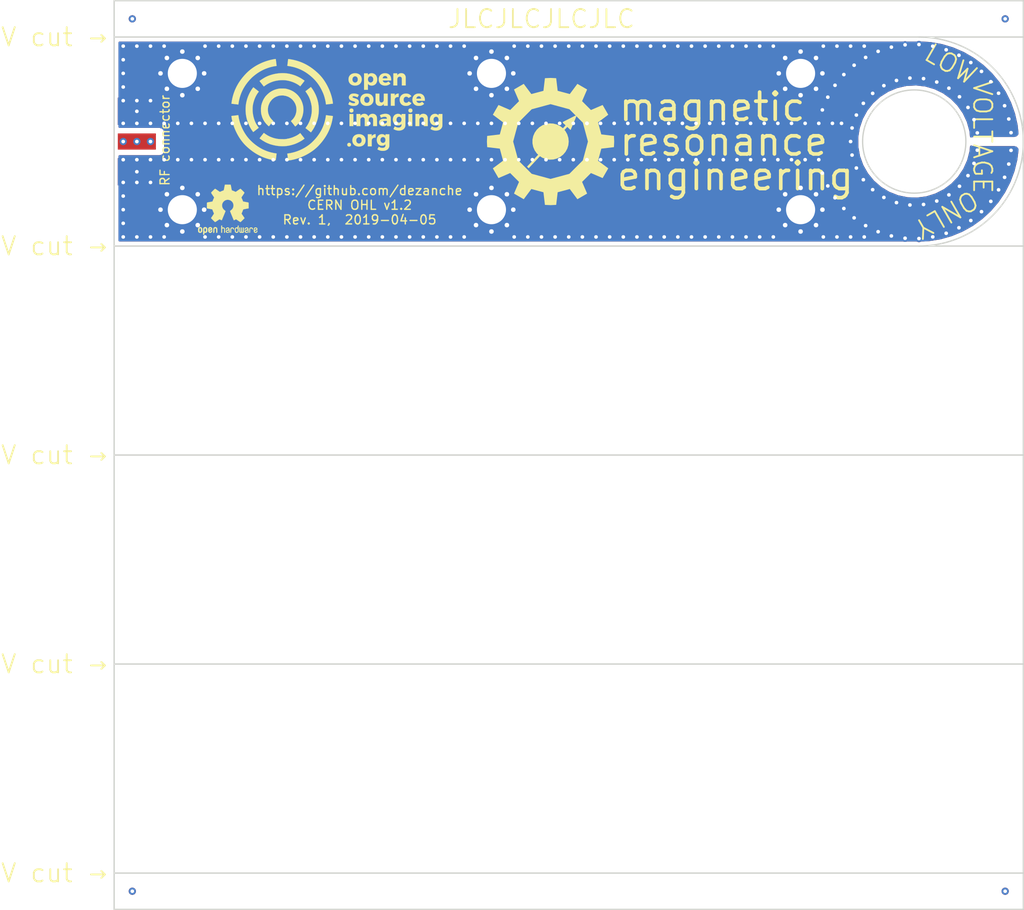
<source format=kicad_pcb>
(kicad_pcb (version 20171130) (host pcbnew "(5.1.0)-1")
  (layers (0 F.Cu power) (1 Signal.Cu signal) (2 middle.Cu power) (31 B.Cu power) (34 B.Paste user) (35 F.Paste user) (36 B.SilkS user hide) (37 F.SilkS user) (38 B.Mask user) (39 F.Mask user) (44 Edge.Cuts user))
  (net 0 "")
  (net 1 GND)
  (net 2 /signal)
  (module User:SMAEdge (layer F.Cu) (at 102.5 65.5 90)
    (fp_text reference "RF connector" (at 0.13 3.09 90) (layer F.SilkS))
    (fp_text value Conn_Coaxial)
    (pad 1 smd rect (at 0 0 90) (size 1.78 4.19) (layers F.Cu F.Paste F.Mask) (net 2 /signal))
    (pad 2 thru_hole rect (at -3.325 0 90) (size 3 4.19) (drill 0.4) (layers *.Cu *.Paste *.Mask) (net 1 GND))
    (pad 2 thru_hole rect (at 3.325 0 90) (size 3 4.19) (drill 0.4) (layers *.Cu *.Paste *.Mask) (net 1 GND))
  )
  (module User:MountingHole_3.2mm_M3_Pad_Via_noFmask (layer F.Cu) (at 141.5 58)
    (fp_text reference "" (at 0 -4.2) (layer F.SilkS))
    (fp_text value MountingHole_3.2mm_M3_Pad_Via_noFmask)
    (pad 1 thru_hole circle (at 0 0) (size 6.4 6.4) (drill 3.2) (layers *.Cu B.Mask) (net 1 GND))
    (pad 1 thru_hole circle (at 2.4 0) (size 0.8 0.8) (drill 0.5) (layers *.Cu B.Mask) (net 1 GND))
    (pad 1 thru_hole circle (at 1.697056 1.697056) (size 0.8 0.8) (drill 0.5) (layers *.Cu B.Mask) (net 1 GND))
    (pad 1 thru_hole circle (at 0 2.4) (size 0.8 0.8) (drill 0.5) (layers *.Cu B.Mask) (net 1 GND))
    (pad 1 thru_hole circle (at -1.697056 1.697056) (size 0.8 0.8) (drill 0.5) (layers *.Cu B.Mask) (net 1 GND))
    (pad 1 thru_hole circle (at -2.4 0) (size 0.8 0.8) (drill 0.5) (layers *.Cu B.Mask) (net 1 GND))
    (pad 1 thru_hole circle (at -1.697056 -1.697056) (size 0.8 0.8) (drill 0.5) (layers *.Cu B.Mask) (net 1 GND))
    (pad 1 thru_hole circle (at 0 -2.4) (size 0.8 0.8) (drill 0.5) (layers *.Cu B.Mask) (net 1 GND))
    (pad 1 thru_hole circle (at 1.697056 -1.697056) (size 0.8 0.8) (drill 0.5) (layers *.Cu B.Mask) (net 1 GND))
  )
  (module User:MountingHole_3.2mm_M3_Pad_Via_noFmask (layer F.Cu) (at 107.5 58)
    (fp_text reference "" (at 0 -4.2) (layer F.SilkS))
    (fp_text value MountingHole_3.2mm_M3_Pad_Via_noFmask)
    (pad 1 thru_hole circle (at 0 0) (size 6.4 6.4) (drill 3.2) (layers *.Cu B.Mask) (net 1 GND))
    (pad 1 thru_hole circle (at 2.4 0) (size 0.8 0.8) (drill 0.5) (layers *.Cu B.Mask) (net 1 GND))
    (pad 1 thru_hole circle (at 1.697056 1.697056) (size 0.8 0.8) (drill 0.5) (layers *.Cu B.Mask) (net 1 GND))
    (pad 1 thru_hole circle (at 0 2.4) (size 0.8 0.8) (drill 0.5) (layers *.Cu B.Mask) (net 1 GND))
    (pad 1 thru_hole circle (at -1.697056 1.697056) (size 0.8 0.8) (drill 0.5) (layers *.Cu B.Mask) (net 1 GND))
    (pad 1 thru_hole circle (at -2.4 0) (size 0.8 0.8) (drill 0.5) (layers *.Cu B.Mask) (net 1 GND))
    (pad 1 thru_hole circle (at -1.697056 -1.697056) (size 0.8 0.8) (drill 0.5) (layers *.Cu B.Mask) (net 1 GND))
    (pad 1 thru_hole circle (at 0 -2.4) (size 0.8 0.8) (drill 0.5) (layers *.Cu B.Mask) (net 1 GND))
    (pad 1 thru_hole circle (at 1.697056 -1.697056) (size 0.8 0.8) (drill 0.5) (layers *.Cu B.Mask) (net 1 GND))
  )
  (module User:MountingHole_3.2mm_M3_Pad_Via_noFmask (layer F.Cu) (at 107.5 73)
    (fp_text reference "" (at 0 -4.2) (layer F.SilkS))
    (fp_text value MountingHole_3.2mm_M3_Pad_Via_noFmask)
    (pad 1 thru_hole circle (at 0 0) (size 6.4 6.4) (drill 3.2) (layers *.Cu B.Mask) (net 1 GND))
    (pad 1 thru_hole circle (at 2.4 0) (size 0.8 0.8) (drill 0.5) (layers *.Cu B.Mask) (net 1 GND))
    (pad 1 thru_hole circle (at 1.697056 1.697056) (size 0.8 0.8) (drill 0.5) (layers *.Cu B.Mask) (net 1 GND))
    (pad 1 thru_hole circle (at 0 2.4) (size 0.8 0.8) (drill 0.5) (layers *.Cu B.Mask) (net 1 GND))
    (pad 1 thru_hole circle (at -1.697056 1.697056) (size 0.8 0.8) (drill 0.5) (layers *.Cu B.Mask) (net 1 GND))
    (pad 1 thru_hole circle (at -2.4 0) (size 0.8 0.8) (drill 0.5) (layers *.Cu B.Mask) (net 1 GND))
    (pad 1 thru_hole circle (at -1.697056 -1.697056) (size 0.8 0.8) (drill 0.5) (layers *.Cu B.Mask) (net 1 GND))
    (pad 1 thru_hole circle (at 0 -2.4) (size 0.8 0.8) (drill 0.5) (layers *.Cu B.Mask) (net 1 GND))
    (pad 1 thru_hole circle (at 1.697056 -1.697056) (size 0.8 0.8) (drill 0.5) (layers *.Cu B.Mask) (net 1 GND))
  )
  (module User:MountingHole_3.2mm_M3_Pad_Via_noFmask (layer F.Cu) (at 141.5 73)
    (fp_text reference "" (at 0 -4.2) (layer F.SilkS))
    (fp_text value MountingHole_3.2mm_M3_Pad_Via_noFmask)
    (pad 1 thru_hole circle (at 0 0) (size 6.4 6.4) (drill 3.2) (layers *.Cu B.Mask) (net 1 GND))
    (pad 1 thru_hole circle (at 2.4 0) (size 0.8 0.8) (drill 0.5) (layers *.Cu B.Mask) (net 1 GND))
    (pad 1 thru_hole circle (at 1.697056 1.697056) (size 0.8 0.8) (drill 0.5) (layers *.Cu B.Mask) (net 1 GND))
    (pad 1 thru_hole circle (at 0 2.4) (size 0.8 0.8) (drill 0.5) (layers *.Cu B.Mask) (net 1 GND))
    (pad 1 thru_hole circle (at -1.697056 1.697056) (size 0.8 0.8) (drill 0.5) (layers *.Cu B.Mask) (net 1 GND))
    (pad 1 thru_hole circle (at -2.4 0) (size 0.8 0.8) (drill 0.5) (layers *.Cu B.Mask) (net 1 GND))
    (pad 1 thru_hole circle (at -1.697056 -1.697056) (size 0.8 0.8) (drill 0.5) (layers *.Cu B.Mask) (net 1 GND))
    (pad 1 thru_hole circle (at 0 -2.4) (size 0.8 0.8) (drill 0.5) (layers *.Cu B.Mask) (net 1 GND))
    (pad 1 thru_hole circle (at 1.697056 -1.697056) (size 0.8 0.8) (drill 0.5) (layers *.Cu B.Mask) (net 1 GND))
  )
  (module User:MountingHole_3.2mm_M3_Pad_Via_noFmask (layer F.Cu) (at 175.5 58)
    (fp_text reference "" (at 0 -4.2) (layer F.SilkS))
    (fp_text value MountingHole_3.2mm_M3_Pad_Via_noFmask)
    (pad 1 thru_hole circle (at 0 0) (size 6.4 6.4) (drill 3.2) (layers *.Cu B.Mask) (net 1 GND))
    (pad 1 thru_hole circle (at 2.4 0) (size 0.8 0.8) (drill 0.5) (layers *.Cu B.Mask) (net 1 GND))
    (pad 1 thru_hole circle (at 1.697056 1.697056) (size 0.8 0.8) (drill 0.5) (layers *.Cu B.Mask) (net 1 GND))
    (pad 1 thru_hole circle (at 0 2.4) (size 0.8 0.8) (drill 0.5) (layers *.Cu B.Mask) (net 1 GND))
    (pad 1 thru_hole circle (at -1.697056 1.697056) (size 0.8 0.8) (drill 0.5) (layers *.Cu B.Mask) (net 1 GND))
    (pad 1 thru_hole circle (at -2.4 0) (size 0.8 0.8) (drill 0.5) (layers *.Cu B.Mask) (net 1 GND))
    (pad 1 thru_hole circle (at -1.697056 -1.697056) (size 0.8 0.8) (drill 0.5) (layers *.Cu B.Mask) (net 1 GND))
    (pad 1 thru_hole circle (at 0 -2.4) (size 0.8 0.8) (drill 0.5) (layers *.Cu B.Mask) (net 1 GND))
    (pad 1 thru_hole circle (at 1.697056 -1.697056) (size 0.8 0.8) (drill 0.5) (layers *.Cu B.Mask) (net 1 GND))
  )
  (module User:MountingHole_3.2mm_M3_Pad_Via_noFmask (layer F.Cu) (at 175.5 73)
    (fp_text reference "" (at 0 -4.2) (layer F.SilkS))
    (fp_text value MountingHole_3.2mm_M3_Pad_Via_noFmask)
    (pad 1 thru_hole circle (at 0 0) (size 6.4 6.4) (drill 3.2) (layers *.Cu B.Mask) (net 1 GND))
    (pad 1 thru_hole circle (at 2.4 0) (size 0.8 0.8) (drill 0.5) (layers *.Cu B.Mask) (net 1 GND))
    (pad 1 thru_hole circle (at 1.697056 1.697056) (size 0.8 0.8) (drill 0.5) (layers *.Cu B.Mask) (net 1 GND))
    (pad 1 thru_hole circle (at 0 2.4) (size 0.8 0.8) (drill 0.5) (layers *.Cu B.Mask) (net 1 GND))
    (pad 1 thru_hole circle (at -1.697056 1.697056) (size 0.8 0.8) (drill 0.5) (layers *.Cu B.Mask) (net 1 GND))
    (pad 1 thru_hole circle (at -2.4 0) (size 0.8 0.8) (drill 0.5) (layers *.Cu B.Mask) (net 1 GND))
    (pad 1 thru_hole circle (at -1.697056 -1.697056) (size 0.8 0.8) (drill 0.5) (layers *.Cu B.Mask) (net 1 GND))
    (pad 1 thru_hole circle (at 0 -2.4) (size 0.8 0.8) (drill 0.5) (layers *.Cu B.Mask) (net 1 GND))
    (pad 1 thru_hole circle (at 1.697056 -1.697056) (size 0.8 0.8) (drill 0.5) (layers *.Cu B.Mask) (net 1 GND))
  )
  (module Symbols:OSHW-Logo2_7.3x6mm_SilkScreen (layer F.Cu) (at 112.5 73)
    (fp_text reference REF*** hide)
    (fp_text value OSHW-Logo2_7.3x6mm_SilkScreen hide)
  )
  (module User:MR_Engineering_logo_14mm_text (layer F.Cu) (at 148 65.5)
    (fp_text reference svg2mod hide)
    (fp_text value G*** hide)
    (fp_text user engineering (at 20.32 3.81) (layer F.SilkS) (effects (font (size 3 3) (thickness 0.4))))
    (fp_text user magnetic (at 17.78 -3.81) (layer F.SilkS) (effects (font (size 3 3) (thickness 0.4))))
    (fp_text user resonance (at 19.05 0) (layer F.SilkS) (effects (font (size 3 3) (thickness 0.4))))
  )
  (module User:OSI_logo_23x11mm (layer F.Cu) (at 124.5 62)
    (fp_text reference G*** hide)
    (fp_text value LOGO hide)
  )
  (module Fiducials:Fiducial_0.5mm_Dia_1mm_Outer (layer F.Cu) (at 102 52)
    (fp_text reference "" (at 0 -1.5) (layer F.SilkS))
    (fp_text value Fiducial_0.5mm_Dia_1mm_Outer)
    (pad ~ smd circle (at 0 0) (size 0.5 0.5) (layers F.Cu F.Mask) (clearance 0.25))
  )
  (module Fiducials:Fiducial_0.5mm_Dia_1mm_Outer (layer F.Cu) (at 198 52)
    (fp_text reference "" (at 0 -1.5) (layer F.SilkS))
    (fp_text value Fiducial_0.5mm_Dia_1mm_Outer)
    (pad ~ smd circle (at 0 0) (size 0.5 0.5) (layers F.Cu F.Mask) (clearance 0.25))
  )
  (module Fiducials:Fiducial_0.5mm_Dia_1mm_Outer (layer F.Cu) (at 102 148)
    (fp_text reference "" (at 0 -1.5) (layer F.SilkS))
    (fp_text value Fiducial_0.5mm_Dia_1mm_Outer)
    (pad ~ smd circle (at 0 0) (size 0.5 0.5) (layers F.Cu F.Mask) (clearance 0.25))
  )
  (module Fiducials:Fiducial_0.5mm_Dia_1mm_Outer (layer F.Cu) (at 198 148)
    (fp_text reference "" (at 0 -1.5) (layer F.SilkS))
    (fp_text value Fiducial_0.5mm_Dia_1mm_Outer)
    (pad ~ smd circle (at 0 0) (size 0.5 0.5) (layers F.Cu F.Mask) (clearance 0.25))
  )
  (gr_text ONLY (at 191.5 73.5 210) (layer F.SilkS) (effects (font (size 2 2) (thickness 0.2))))
  (gr_text VOLTAGE (at 195.5 65 -90) (layer F.SilkS) (effects (font (size 2 2) (thickness 0.2))))
  (gr_text LOW (at 192 57 -30) (layer F.SilkS) (effects (font (size 2 2) (thickness 0.2))))
  (gr_text "https://github.com/dezanche\nCERN OHL v1.2\nRev. 1,  2019-04-05" (at 127 72.5) (layer F.SilkS) (effects (font (size 1 1))))
  (gr_text JLCJLCJLCJLC (at 147 52) (layer F.SilkS) (effects (font (size 2 2) (thickness 0.2))))
  (gr_text "V cut →" (at 93.5 77) (layer F.SilkS) (effects (font (size 2 2) (thickness 0.2))))
  (gr_text "V cut →" (at 93.5 146) (layer F.SilkS) (effects (font (size 2 2) (thickness 0.2))))
  (gr_text "V cut →" (at 93.5 123) (layer F.SilkS) (effects (font (size 2 2) (thickness 0.2))))
  (gr_text "V cut →" (at 93.5 100) (layer F.SilkS) (effects (font (size 2 2) (thickness 0.2))))
  (gr_text "V cut →" (at 93.5 54) (layer F.SilkS) (effects (font (size 2 2) (thickness 0.2))))
  (gr_arc (start 188.5 65.5) (end 188.5 77) (angle -180) (layer Edge.Cuts) (width 0.15))
  (gr_circle (center 188 65.5) (end 193.679613 65.5) (layer Edge.Cuts) (width 0.15))
  (gr_line (start 200 54) (end 100 54) (layer Edge.Cuts) (width 0.15))
  (gr_line (start 200 146) (end 100 146) (layer Edge.Cuts) (width 0.15))
  (gr_line (start 200 123) (end 100 123) (layer Edge.Cuts) (width 0.15))
  (gr_line (start 200 77) (end 100 77) (layer Edge.Cuts) (width 0.15))
  (gr_line (start 200 50) (end 200 150) (layer Edge.Cuts) (width 0.15))
  (gr_line (start 100 150) (end 200 150) (layer Edge.Cuts) (width 0.15))
  (gr_line (start 200 100) (end 100 100) (layer Edge.Cuts) (width 0.15))
  (gr_line (start 100 50) (end 200 50) (layer Edge.Cuts) (width 0.15))
  (gr_line (start 100 150) (end 100 50) (layer Edge.Cuts) (width 0.15))
  (via (at 198 52) (size 0.8) (drill 0.4) (layers F.Cu B.Cu) (net 0))
  (via (at 102 52) (size 0.8) (drill 0.4) (layers F.Cu B.Cu) (net 0))
  (via (at 102 148) (size 0.8) (drill 0.4) (layers F.Cu B.Cu) (net 0))
  (via (at 198 148) (size 0.8) (drill 0.4) (layers F.Cu B.Cu) (net 0))
  (via (at 178 76) (size 0.8) (drill 0.4) (layers F.Cu B.Cu) (net 1))
  (via (at 179.5 76) (size 0.8) (drill 0.4) (layers F.Cu B.Cu) (net 1))
  (via (at 181 76) (size 0.8) (drill 0.4) (layers F.Cu B.Cu) (net 1))
  (via (at 182.5 76) (size 0.8) (drill 0.4) (layers F.Cu B.Cu) (net 1))
  (via (at 178 55) (size 0.8) (drill 0.4) (layers F.Cu B.Cu) (net 1))
  (via (at 179.5 55) (size 0.8) (drill 0.4) (layers F.Cu B.Cu) (net 1))
  (via (at 181 55) (size 0.8) (drill 0.4) (layers F.Cu B.Cu) (net 1))
  (via (at 182.5 55) (size 0.8) (drill 0.4) (layers F.Cu B.Cu) (net 1))
  (via (at 110 76) (size 0.8) (drill 0.4) (layers F.Cu B.Cu) (net 1))
  (via (at 111.5 76) (size 0.8) (drill 0.4) (layers F.Cu B.Cu) (net 1))
  (via (at 113 76) (size 0.8) (drill 0.4) (layers F.Cu B.Cu) (net 1))
  (via (at 114.5 76) (size 0.8) (drill 0.4) (layers F.Cu B.Cu) (net 1))
  (via (at 116 76) (size 0.8) (drill 0.4) (layers F.Cu B.Cu) (net 1))
  (via (at 117.5 76) (size 0.8) (drill 0.4) (layers F.Cu B.Cu) (net 1))
  (via (at 119 76) (size 0.8) (drill 0.4) (layers F.Cu B.Cu) (net 1))
  (via (at 120.5 76) (size 0.8) (drill 0.4) (layers F.Cu B.Cu) (net 1))
  (via (at 122 76) (size 0.8) (drill 0.4) (layers F.Cu B.Cu) (net 1))
  (via (at 123.5 76) (size 0.8) (drill 0.4) (layers F.Cu B.Cu) (net 1))
  (via (at 125 76) (size 0.8) (drill 0.4) (layers F.Cu B.Cu) (net 1))
  (via (at 126.5 76) (size 0.8) (drill 0.4) (layers F.Cu B.Cu) (net 1))
  (via (at 128 76) (size 0.8) (drill 0.4) (layers F.Cu B.Cu) (net 1))
  (via (at 129.5 76) (size 0.8) (drill 0.4) (layers F.Cu B.Cu) (net 1))
  (via (at 131 76) (size 0.8) (drill 0.4) (layers F.Cu B.Cu) (net 1))
  (via (at 132.5 76) (size 0.8) (drill 0.4) (layers F.Cu B.Cu) (net 1))
  (via (at 134 76) (size 0.8) (drill 0.4) (layers F.Cu B.Cu) (net 1))
  (via (at 135.5 76) (size 0.8) (drill 0.4) (layers F.Cu B.Cu) (net 1))
  (via (at 137 76) (size 0.8) (drill 0.4) (layers F.Cu B.Cu) (net 1))
  (via (at 138.5 76) (size 0.8) (drill 0.4) (layers F.Cu B.Cu) (net 1))
  (via (at 144 76) (size 0.8) (drill 0.4) (layers F.Cu B.Cu) (net 1))
  (via (at 145.5 76) (size 0.8) (drill 0.4) (layers F.Cu B.Cu) (net 1))
  (via (at 147 76) (size 0.8) (drill 0.4) (layers F.Cu B.Cu) (net 1))
  (via (at 148.5 76) (size 0.8) (drill 0.4) (layers F.Cu B.Cu) (net 1))
  (via (at 150 76) (size 0.8) (drill 0.4) (layers F.Cu B.Cu) (net 1))
  (via (at 151.5 76) (size 0.8) (drill 0.4) (layers F.Cu B.Cu) (net 1))
  (via (at 153 76) (size 0.8) (drill 0.4) (layers F.Cu B.Cu) (net 1))
  (via (at 154.5 76) (size 0.8) (drill 0.4) (layers F.Cu B.Cu) (net 1))
  (via (at 156 76) (size 0.8) (drill 0.4) (layers F.Cu B.Cu) (net 1))
  (via (at 157.5 76) (size 0.8) (drill 0.4) (layers F.Cu B.Cu) (net 1))
  (via (at 159 76) (size 0.8) (drill 0.4) (layers F.Cu B.Cu) (net 1))
  (via (at 160.5 76) (size 0.8) (drill 0.4) (layers F.Cu B.Cu) (net 1))
  (via (at 162 76) (size 0.8) (drill 0.4) (layers F.Cu B.Cu) (net 1))
  (via (at 163.5 76) (size 0.8) (drill 0.4) (layers F.Cu B.Cu) (net 1))
  (via (at 165 76) (size 0.8) (drill 0.4) (layers F.Cu B.Cu) (net 1))
  (via (at 166.5 76) (size 0.8) (drill 0.4) (layers F.Cu B.Cu) (net 1))
  (via (at 168 76) (size 0.8) (drill 0.4) (layers F.Cu B.Cu) (net 1))
  (via (at 169.5 76) (size 0.8) (drill 0.4) (layers F.Cu B.Cu) (net 1))
  (via (at 171 76) (size 0.8) (drill 0.4) (layers F.Cu B.Cu) (net 1))
  (via (at 172.5 76) (size 0.8) (drill 0.4) (layers F.Cu B.Cu) (net 1))
  (via (at 110 55) (size 0.8) (drill 0.4) (layers F.Cu B.Cu) (net 1))
  (via (at 111.5 55) (size 0.8) (drill 0.4) (layers F.Cu B.Cu) (net 1))
  (via (at 113 55) (size 0.8) (drill 0.4) (layers F.Cu B.Cu) (net 1))
  (via (at 114.5 55) (size 0.8) (drill 0.4) (layers F.Cu B.Cu) (net 1))
  (via (at 116 55) (size 0.8) (drill 0.4) (layers F.Cu B.Cu) (net 1))
  (via (at 117.5 55) (size 0.8) (drill 0.4) (layers F.Cu B.Cu) (net 1))
  (via (at 119 55) (size 0.8) (drill 0.4) (layers F.Cu B.Cu) (net 1))
  (via (at 120.5 55) (size 0.8) (drill 0.4) (layers F.Cu B.Cu) (net 1))
  (via (at 122 55) (size 0.8) (drill 0.4) (layers F.Cu B.Cu) (net 1))
  (via (at 123.5 55) (size 0.8) (drill 0.4) (layers F.Cu B.Cu) (net 1))
  (via (at 125 55) (size 0.8) (drill 0.4) (layers F.Cu B.Cu) (net 1))
  (via (at 126.5 55) (size 0.8) (drill 0.4) (layers F.Cu B.Cu) (net 1))
  (via (at 128 55) (size 0.8) (drill 0.4) (layers F.Cu B.Cu) (net 1))
  (via (at 129.5 55) (size 0.8) (drill 0.4) (layers F.Cu B.Cu) (net 1))
  (via (at 131 55) (size 0.8) (drill 0.4) (layers F.Cu B.Cu) (net 1))
  (via (at 132.5 55) (size 0.8) (drill 0.4) (layers F.Cu B.Cu) (net 1))
  (via (at 134 55) (size 0.8) (drill 0.4) (layers F.Cu B.Cu) (net 1))
  (via (at 135.5 55) (size 0.8) (drill 0.4) (layers F.Cu B.Cu) (net 1))
  (via (at 137 55) (size 0.8) (drill 0.4) (layers F.Cu B.Cu) (net 1))
  (via (at 138.5 55) (size 0.8) (drill 0.4) (layers F.Cu B.Cu) (net 1))
  (via (at 144 55) (size 0.8) (drill 0.4) (layers F.Cu B.Cu) (net 1))
  (via (at 145.5 55) (size 0.8) (drill 0.4) (layers F.Cu B.Cu) (net 1))
  (via (at 147 55) (size 0.8) (drill 0.4) (layers F.Cu B.Cu) (net 1))
  (via (at 148.5 55) (size 0.8) (drill 0.4) (layers F.Cu B.Cu) (net 1))
  (via (at 150 55) (size 0.8) (drill 0.4) (layers F.Cu B.Cu) (net 1))
  (via (at 151.5 55) (size 0.8) (drill 0.4) (layers F.Cu B.Cu) (net 1))
  (via (at 153 55) (size 0.8) (drill 0.4) (layers F.Cu B.Cu) (net 1))
  (via (at 154.5 55) (size 0.8) (drill 0.4) (layers F.Cu B.Cu) (net 1))
  (via (at 156 55) (size 0.8) (drill 0.4) (layers F.Cu B.Cu) (net 1))
  (via (at 157.5 55) (size 0.8) (drill 0.4) (layers F.Cu B.Cu) (net 1))
  (via (at 159 55) (size 0.8) (drill 0.4) (layers F.Cu B.Cu) (net 1))
  (via (at 160.5 55) (size 0.8) (drill 0.4) (layers F.Cu B.Cu) (net 1))
  (via (at 162 55) (size 0.8) (drill 0.4) (layers F.Cu B.Cu) (net 1))
  (via (at 163.5 55) (size 0.8) (drill 0.4) (layers F.Cu B.Cu) (net 1))
  (via (at 165 55) (size 0.8) (drill 0.4) (layers F.Cu B.Cu) (net 1))
  (via (at 166.5 55) (size 0.8) (drill 0.4) (layers F.Cu B.Cu) (net 1))
  (via (at 168 55) (size 0.8) (drill 0.4) (layers F.Cu B.Cu) (net 1))
  (via (at 169.5 55) (size 0.8) (drill 0.4) (layers F.Cu B.Cu) (net 1))
  (via (at 171 55) (size 0.8) (drill 0.4) (layers F.Cu B.Cu) (net 1))
  (via (at 172.5 55) (size 0.8) (drill 0.4) (layers F.Cu B.Cu) (net 1))
  (via (at 105.5 55) (size 0.8) (drill 0.4) (layers F.Cu B.Cu) (net 1))
  (via (at 104 55) (size 0.8) (drill 0.4) (layers F.Cu B.Cu) (net 1))
  (via (at 101 55) (size 0.8) (drill 0.4) (layers F.Cu B.Cu) (net 1))
  (via (at 102.5 55) (size 0.8) (drill 0.4) (layers F.Cu B.Cu) (net 1))
  (via (at 104 76) (size 0.8) (drill 0.4) (layers F.Cu B.Cu) (net 1))
  (via (at 105.5 76) (size 0.8) (drill 0.4) (layers F.Cu B.Cu) (net 1))
  (via (at 101 76) (size 0.8) (drill 0.4) (layers F.Cu B.Cu) (net 1))
  (via (at 102.5 76) (size 0.8) (drill 0.4) (layers F.Cu B.Cu) (net 1))
  (via (at 104 70) (size 0.8) (drill 0.4) (layers F.Cu B.Cu) (net 1))
  (via (at 102.5 70) (size 0.8) (drill 0.4) (layers F.Cu B.Cu) (net 1))
  (via (at 101 70) (size 0.8) (drill 0.4) (layers F.Cu B.Cu) (net 1))
  (via (at 104 61) (size 0.8) (drill 0.4) (layers F.Cu B.Cu) (net 1))
  (via (at 102.5 61) (size 0.8) (drill 0.4) (layers F.Cu B.Cu) (net 1))
  (via (at 101 61) (size 0.8) (drill 0.4) (layers F.Cu B.Cu) (net 1))
  (via (at 140 63.5) (size 0.8) (drill 0.4) (layers F.Cu B.Cu) (net 1))
  (via (at 138.5 63.5) (size 0.8) (drill 0.4) (layers F.Cu B.Cu) (net 1))
  (via (at 102.5 63.5) (size 0.8) (drill 0.4) (layers F.Cu B.Cu) (net 1))
  (via (at 108.5 63.5) (size 0.8) (drill 0.4) (layers F.Cu B.Cu) (net 1))
  (via (at 111.5 63.5) (size 0.8) (drill 0.4) (layers F.Cu B.Cu) (net 1))
  (via (at 129.5 63.5) (size 0.8) (drill 0.4) (layers F.Cu B.Cu) (net 1))
  (via (at 131 63.5) (size 0.8) (drill 0.4) (layers F.Cu B.Cu) (net 1))
  (via (at 132.5 63.5) (size 0.8) (drill 0.4) (layers F.Cu B.Cu) (net 1))
  (via (at 134 63.5) (size 0.8) (drill 0.4) (layers F.Cu B.Cu) (net 1))
  (via (at 126.5 63.5) (size 0.8) (drill 0.4) (layers F.Cu B.Cu) (net 1))
  (via (at 119 63.5) (size 0.8) (drill 0.4) (layers F.Cu B.Cu) (net 1))
  (via (at 117.5 63.5) (size 0.8) (drill 0.4) (layers F.Cu B.Cu) (net 1))
  (via (at 101 63.5) (size 0.8) (drill 0.4) (layers F.Cu B.Cu) (net 1))
  (via (at 107 63.5) (size 0.8) (drill 0.4) (layers F.Cu B.Cu) (net 1))
  (via (at 125 63.5) (size 0.8) (drill 0.4) (layers F.Cu B.Cu) (net 1))
  (via (at 137 63.5) (size 0.8) (drill 0.4) (layers F.Cu B.Cu) (net 1))
  (via (at 128 63.5) (size 0.8) (drill 0.4) (layers F.Cu B.Cu) (net 1))
  (via (at 116 63.5) (size 0.8) (drill 0.4) (layers F.Cu B.Cu) (net 1))
  (via (at 114.5 63.5) (size 0.8) (drill 0.4) (layers F.Cu B.Cu) (net 1))
  (via (at 123.5 63.5) (size 0.8) (drill 0.4) (layers F.Cu B.Cu) (net 1))
  (via (at 105.5 63.5) (size 0.8) (drill 0.4) (layers F.Cu B.Cu) (net 1))
  (via (at 110 63.5) (size 0.8) (drill 0.4) (layers F.Cu B.Cu) (net 1))
  (via (at 135.5 63.5) (size 0.8) (drill 0.4) (layers F.Cu B.Cu) (net 1))
  (via (at 113 63.5) (size 0.8) (drill 0.4) (layers F.Cu B.Cu) (net 1))
  (via (at 122 63.5) (size 0.8) (drill 0.4) (layers F.Cu B.Cu) (net 1))
  (via (at 104 63.5) (size 0.8) (drill 0.4) (layers F.Cu B.Cu) (net 1))
  (via (at 120.5 63.5) (size 0.8) (drill 0.4) (layers F.Cu B.Cu) (net 1))
  (via (at 141.5 63.5) (size 0.8) (drill 0.4) (layers F.Cu B.Cu) (net 1))
  (via (at 177.5 63.5) (size 0.8) (drill 0.4) (layers F.Cu B.Cu) (net 1))
  (via (at 176 63.5) (size 0.8) (drill 0.4) (layers F.Cu B.Cu) (net 1))
  (via (at 144.5 63.5) (size 0.8) (drill 0.4) (layers F.Cu B.Cu) (net 1))
  (via (at 143 63.5) (size 0.8) (drill 0.4) (layers F.Cu B.Cu) (net 1))
  (via (at 147.5 63.5) (size 0.8) (drill 0.4) (layers F.Cu B.Cu) (net 1))
  (via (at 150.5 63.5) (size 0.8) (drill 0.4) (layers F.Cu B.Cu) (net 1))
  (via (at 146 63.5) (size 0.8) (drill 0.4) (layers F.Cu B.Cu) (net 1))
  (via (at 149 63.5) (size 0.8) (drill 0.4) (layers F.Cu B.Cu) (net 1))
  (via (at 158 63.5) (size 0.8) (drill 0.4) (layers F.Cu B.Cu) (net 1))
  (via (at 152 63.5) (size 0.8) (drill 0.4) (layers F.Cu B.Cu) (net 1))
  (via (at 152 63.5) (size 0.8) (drill 0.4) (layers F.Cu B.Cu) (net 1))
  (via (at 153.5 63.5) (size 0.8) (drill 0.4) (layers F.Cu B.Cu) (net 1))
  (via (at 155 63.5) (size 0.8) (drill 0.4) (layers F.Cu B.Cu) (net 1))
  (via (at 156.5 63.5) (size 0.8) (drill 0.4) (layers F.Cu B.Cu) (net 1))
  (via (at 161 63.5) (size 0.8) (drill 0.4) (layers F.Cu B.Cu) (net 1))
  (via (at 159.5 63.5) (size 0.8) (drill 0.4) (layers F.Cu B.Cu) (net 1))
  (via (at 162.5 63.5) (size 0.8) (drill 0.4) (layers F.Cu B.Cu) (net 1))
  (via (at 164 63.5) (size 0.8) (drill 0.4) (layers F.Cu B.Cu) (net 1))
  (via (at 165.5 63.5) (size 0.8) (drill 0.4) (layers F.Cu B.Cu) (net 1))
  (via (at 167 63.5) (size 0.8) (drill 0.4) (layers F.Cu B.Cu) (net 1))
  (via (at 168.5 63.5) (size 0.8) (drill 0.4) (layers F.Cu B.Cu) (net 1))
  (via (at 170 63.5) (size 0.8) (drill 0.4) (layers F.Cu B.Cu) (net 1))
  (via (at 171.5 63.5) (size 0.8) (drill 0.4) (layers F.Cu B.Cu) (net 1))
  (via (at 173 63.5) (size 0.8) (drill 0.4) (layers F.Cu B.Cu) (net 1))
  (via (at 174.5 63.5) (size 0.8) (drill 0.4) (layers F.Cu B.Cu) (net 1))
  (via (at 104 67.5) (size 0.8) (drill 0.4) (layers F.Cu B.Cu) (net 1))
  (via (at 102.5 67.5) (size 0.8) (drill 0.4) (layers F.Cu B.Cu) (net 1))
  (via (at 101 67.5) (size 0.8) (drill 0.4) (layers F.Cu B.Cu) (net 1))
  (via (at 101 56.5) (size 0.8) (drill 0.4) (layers F.Cu B.Cu) (net 1))
  (via (at 101 74.5) (size 0.8) (drill 0.4) (layers F.Cu B.Cu) (net 1))
  (via (at 179 63.5) (size 0.8) (drill 0.4) (layers F.Cu B.Cu) (net 1))
  (via (at 107 67.5) (size 0.8) (drill 0.4) (layers F.Cu B.Cu) (net 1))
  (via (at 105.5 67.5) (size 0.8) (drill 0.4) (layers F.Cu B.Cu) (net 1))
  (via (at 108.5 67.5) (size 0.8) (drill 0.4) (layers F.Cu B.Cu) (net 1))
  (via (at 110 67.5) (size 0.8) (drill 0.4) (layers F.Cu B.Cu) (net 1))
  (via (at 111.5 67.5) (size 0.8) (drill 0.4) (layers F.Cu B.Cu) (net 1))
  (via (at 113 67.5) (size 0.8) (drill 0.4) (layers F.Cu B.Cu) (net 1))
  (via (at 114.5 67.5) (size 0.8) (drill 0.4) (layers F.Cu B.Cu) (net 1))
  (via (at 116 67.5) (size 0.8) (drill 0.4) (layers F.Cu B.Cu) (net 1))
  (via (at 117.5 67.5) (size 0.8) (drill 0.4) (layers F.Cu B.Cu) (net 1))
  (via (at 119 67.5) (size 0.8) (drill 0.4) (layers F.Cu B.Cu) (net 1))
  (via (at 120.5 67.5) (size 0.8) (drill 0.4) (layers F.Cu B.Cu) (net 1))
  (via (at 122 67.5) (size 0.8) (drill 0.4) (layers F.Cu B.Cu) (net 1))
  (via (at 123.5 67.5) (size 0.8) (drill 0.4) (layers F.Cu B.Cu) (net 1))
  (via (at 125 67.5) (size 0.8) (drill 0.4) (layers F.Cu B.Cu) (net 1))
  (via (at 126.5 67.5) (size 0.8) (drill 0.4) (layers F.Cu B.Cu) (net 1))
  (via (at 128 67.5) (size 0.8) (drill 0.4) (layers F.Cu B.Cu) (net 1))
  (via (at 129.5 67.5) (size 0.8) (drill 0.4) (layers F.Cu B.Cu) (net 1))
  (via (at 131 67.5) (size 0.8) (drill 0.4) (layers F.Cu B.Cu) (net 1))
  (via (at 132.5 67.5) (size 0.8) (drill 0.4) (layers F.Cu B.Cu) (net 1))
  (via (at 134 67.5) (size 0.8) (drill 0.4) (layers F.Cu B.Cu) (net 1))
  (via (at 135.5 67.5) (size 0.8) (drill 0.4) (layers F.Cu B.Cu) (net 1))
  (via (at 137 67.5) (size 0.8) (drill 0.4) (layers F.Cu B.Cu) (net 1))
  (via (at 138.5 67.5) (size 0.8) (drill 0.4) (layers F.Cu B.Cu) (net 1))
  (via (at 140 67.5) (size 0.8) (drill 0.4) (layers F.Cu B.Cu) (net 1))
  (via (at 141.5 67.5) (size 0.8) (drill 0.4) (layers F.Cu B.Cu) (net 1))
  (via (at 143 67.5) (size 0.8) (drill 0.4) (layers F.Cu B.Cu) (net 1))
  (via (at 144.5 67.5) (size 0.8) (drill 0.4) (layers F.Cu B.Cu) (net 1))
  (via (at 146 67.5) (size 0.8) (drill 0.4) (layers F.Cu B.Cu) (net 1))
  (via (at 147.5 67.5) (size 0.8) (drill 0.4) (layers F.Cu B.Cu) (net 1))
  (via (at 149 67.5) (size 0.8) (drill 0.4) (layers F.Cu B.Cu) (net 1))
  (via (at 150.5 67.5) (size 0.8) (drill 0.4) (layers F.Cu B.Cu) (net 1))
  (via (at 152 67.5) (size 0.8) (drill 0.4) (layers F.Cu B.Cu) (net 1))
  (via (at 152 67.5) (size 0.8) (drill 0.4) (layers F.Cu B.Cu) (net 1))
  (via (at 153.5 67.5) (size 0.8) (drill 0.4) (layers F.Cu B.Cu) (net 1))
  (via (at 155 67.5) (size 0.8) (drill 0.4) (layers F.Cu B.Cu) (net 1))
  (via (at 156.5 67.5) (size 0.8) (drill 0.4) (layers F.Cu B.Cu) (net 1))
  (via (at 158 67.5) (size 0.8) (drill 0.4) (layers F.Cu B.Cu) (net 1))
  (via (at 159.5 67.5) (size 0.8) (drill 0.4) (layers F.Cu B.Cu) (net 1))
  (via (at 161 67.5) (size 0.8) (drill 0.4) (layers F.Cu B.Cu) (net 1))
  (via (at 162.5 67.5) (size 0.8) (drill 0.4) (layers F.Cu B.Cu) (net 1))
  (via (at 164 67.5) (size 0.8) (drill 0.4) (layers F.Cu B.Cu) (net 1))
  (via (at 165.5 67.5) (size 0.8) (drill 0.4) (layers F.Cu B.Cu) (net 1))
  (via (at 167 67.5) (size 0.8) (drill 0.4) (layers F.Cu B.Cu) (net 1))
  (via (at 168.5 67.5) (size 0.8) (drill 0.4) (layers F.Cu B.Cu) (net 1))
  (via (at 170 67.5) (size 0.8) (drill 0.4) (layers F.Cu B.Cu) (net 1))
  (via (at 171.5 67.5) (size 0.8) (drill 0.4) (layers F.Cu B.Cu) (net 1))
  (via (at 173 67.5) (size 0.8) (drill 0.4) (layers F.Cu B.Cu) (net 1))
  (via (at 174.5 67.5) (size 0.8) (drill 0.4) (layers F.Cu B.Cu) (net 1))
  (via (at 176 67.5) (size 0.8) (drill 0.4) (layers F.Cu B.Cu) (net 1))
  (via (at 177.5 67.5) (size 0.8) (drill 0.4) (layers F.Cu B.Cu) (net 1))
  (via (at 181 65.5) (size 0.8) (drill 0.4) (layers F.Cu B.Cu) (net 1))
  (via (at 181.160681 66.991213) (size 0.8) (drill 0.4) (layers F.Cu B.Cu) (net 1))
  (via (at 181.635347 68.413966) (size 0.8) (drill 0.4) (layers F.Cu B.Cu) (net 1))
  (via (at 182.402207 69.702942) (size 0.8) (drill 0.4) (layers F.Cu B.Cu) (net 1))
  (via (at 183.426056 70.798965) (size 0.8) (drill 0.4) (layers F.Cu B.Cu) (net 1))
  (via (at 184.659889 71.65172) (size 0.8) (drill 0.4) (layers F.Cu B.Cu) (net 1))
  (via (at 186.047062 72.222056) (size 0.8) (drill 0.4) (layers F.Cu B.Cu) (net 1))
  (via (at 187.523893 72.48379) (size 0.8) (drill 0.4) (layers F.Cu B.Cu) (net 1))
  (via (at 189.022581 72.424906) (size 0.8) (drill 0.4) (layers F.Cu B.Cu) (net 1))
  (via (at 190.474324 72.048108) (size 0.8) (drill 0.4) (layers F.Cu B.Cu) (net 1))
  (via (at 191.812473 71.370694) (size 0.8) (drill 0.4) (layers F.Cu B.Cu) (net 1))
  (via (at 192.975596 70.423763) (size 0.8) (drill 0.4) (layers F.Cu B.Cu) (net 1))
  (via (at 193.910295 69.250788) (size 0.8) (drill 0.4) (layers F.Cu B.Cu) (net 1))
  (via (at 194.57366 67.905618) (size 0.8) (drill 0.4) (layers F.Cu B.Cu) (net 1))
  (via (at 194.935235 66.450009) (size 0.8) (drill 0.4) (layers F.Cu B.Cu) (net 1))
  (via (at 181.160681 64.008787) (size 0.8) (drill 0.4) (layers F.Cu B.Cu) (net 1))
  (via (at 181.635347 62.586034) (size 0.8) (drill 0.4) (layers F.Cu B.Cu) (net 1))
  (via (at 182.402207 61.297058) (size 0.8) (drill 0.4) (layers F.Cu B.Cu) (net 1))
  (via (at 183.426056 60.201035) (size 0.8) (drill 0.4) (layers F.Cu B.Cu) (net 1))
  (via (at 184.659889 59.34828) (size 0.8) (drill 0.4) (layers F.Cu B.Cu) (net 1))
  (via (at 186.047062 58.777944) (size 0.8) (drill 0.4) (layers F.Cu B.Cu) (net 1))
  (via (at 187.523893 58.51621) (size 0.8) (drill 0.4) (layers F.Cu B.Cu) (net 1))
  (via (at 189.022581 58.575094) (size 0.8) (drill 0.4) (layers F.Cu B.Cu) (net 1))
  (via (at 190.474324 58.951892) (size 0.8) (drill 0.4) (layers F.Cu B.Cu) (net 1))
  (via (at 191.812473 59.629306) (size 0.8) (drill 0.4) (layers F.Cu B.Cu) (net 1))
  (via (at 192.975596 60.576237) (size 0.8) (drill 0.4) (layers F.Cu B.Cu) (net 1))
  (via (at 193.910295 61.749212) (size 0.8) (drill 0.4) (layers F.Cu B.Cu) (net 1))
  (via (at 194.57366 63.094382) (size 0.8) (drill 0.4) (layers F.Cu B.Cu) (net 1))
  (via (at 194.935235 64.549991) (size 0.8) (drill 0.4) (layers F.Cu B.Cu) (net 1))
  (via (at 177.892607 68.977156) (size 0.8) (drill 0.4) (layers F.Cu B.Cu) (net 1))
  (via (at 178.491886 70.383213) (size 0.8) (drill 0.4) (layers F.Cu B.Cu) (net 1))
  (via (at 179.285582 71.689421) (size 0.8) (drill 0.4) (layers F.Cu B.Cu) (net 1))
  (via (at 180.257467 72.869069) (size 0.8) (drill 0.4) (layers F.Cu B.Cu) (net 1))
  (via (at 181.387667 73.898039) (size 0.8) (drill 0.4) (layers F.Cu B.Cu) (net 1))
  (via (at 182.653074 74.755289) (size 0.8) (drill 0.4) (layers F.Cu B.Cu) (net 1))
  (via (at 184.027812 75.423292) (size 0.8) (drill 0.4) (layers F.Cu B.Cu) (net 1))
  (via (at 185.483771 75.888387) (size 0.8) (drill 0.4) (layers F.Cu B.Cu) (net 1))
  (via (at 186.991181 76.141066) (size 0.8) (drill 0.4) (layers F.Cu B.Cu) (net 1))
  (via (at 188.519219 76.176161) (size 0.8) (drill 0.4) (layers F.Cu B.Cu) (net 1))
  (via (at 190.03664 75.992955) (size 0.8) (drill 0.4) (layers F.Cu B.Cu) (net 1))
  (via (at 191.512416 75.595193) (size 0.8) (drill 0.4) (layers F.Cu B.Cu) (net 1))
  (via (at 192.916373 74.99101) (size 0.8) (drill 0.4) (layers F.Cu B.Cu) (net 1))
  (via (at 194.219802 74.192759) (size 0.8) (drill 0.4) (layers F.Cu B.Cu) (net 1))
  (via (at 195.396051 73.216763) (size 0.8) (drill 0.4) (layers F.Cu B.Cu) (net 1))
  (via (at 196.421069 72.082978) (size 0.8) (drill 0.4) (layers F.Cu B.Cu) (net 1))
  (via (at 197.273897 70.814587) (size 0.8) (drill 0.4) (layers F.Cu B.Cu) (net 1))
  (via (at 197.937097 69.437525) (size 0.8) (drill 0.4) (layers F.Cu B.Cu) (net 1))
  (via (at 198.397107 67.979952) (size 0.8) (drill 0.4) (layers F.Cu B.Cu) (net 1))
  (via (at 198.644523 66.471669) (size 0.8) (drill 0.4) (layers F.Cu B.Cu) (net 1))
  (via (at 177.892607 62.022844) (size 0.8) (drill 0.4) (layers F.Cu B.Cu) (net 1))
  (via (at 178.491886 60.616787) (size 0.8) (drill 0.4) (layers F.Cu B.Cu) (net 1))
  (via (at 179.285582 59.310579) (size 0.8) (drill 0.4) (layers F.Cu B.Cu) (net 1))
  (via (at 180.257467 58.130931) (size 0.8) (drill 0.4) (layers F.Cu B.Cu) (net 1))
  (via (at 181.387667 57.101961) (size 0.8) (drill 0.4) (layers F.Cu B.Cu) (net 1))
  (via (at 182.653074 56.244711) (size 0.8) (drill 0.4) (layers F.Cu B.Cu) (net 1))
  (via (at 184.027812 55.576708) (size 0.8) (drill 0.4) (layers F.Cu B.Cu) (net 1))
  (via (at 185.483771 55.111613) (size 0.8) (drill 0.4) (layers F.Cu B.Cu) (net 1))
  (via (at 186.991181 54.858934) (size 0.8) (drill 0.4) (layers F.Cu B.Cu) (net 1))
  (via (at 188.519219 54.823839) (size 0.8) (drill 0.4) (layers F.Cu B.Cu) (net 1))
  (via (at 190.03664 55.007045) (size 0.8) (drill 0.4) (layers F.Cu B.Cu) (net 1))
  (via (at 191.512416 55.404807) (size 0.8) (drill 0.4) (layers F.Cu B.Cu) (net 1))
  (via (at 192.916373 56.00899) (size 0.8) (drill 0.4) (layers F.Cu B.Cu) (net 1))
  (via (at 194.219802 56.807241) (size 0.8) (drill 0.4) (layers F.Cu B.Cu) (net 1))
  (via (at 195.396051 57.783237) (size 0.8) (drill 0.4) (layers F.Cu B.Cu) (net 1))
  (via (at 196.421069 58.917022) (size 0.8) (drill 0.4) (layers F.Cu B.Cu) (net 1))
  (via (at 197.273897 60.185413) (size 0.8) (drill 0.4) (layers F.Cu B.Cu) (net 1))
  (via (at 197.937097 61.562475) (size 0.8) (drill 0.4) (layers F.Cu B.Cu) (net 1))
  (via (at 198.397107 63.020048) (size 0.8) (drill 0.4) (layers F.Cu B.Cu) (net 1))
  (via (at 198.644523 64.528331) (size 0.8) (drill 0.4) (layers F.Cu B.Cu) (net 1))
  (via (at 180 63.5) (size 0.8) (drill 0.4) (layers F.Cu B.Cu) (net 1))
  (via (at 101 58) (size 0.8) (drill 0.4) (layers F.Cu B.Cu) (net 1))
  (via (at 101 59.5) (size 0.8) (drill 0.4) (layers F.Cu B.Cu) (net 1))
  (via (at 101 73) (size 0.8) (drill 0.4) (layers F.Cu B.Cu) (net 1))
  (via (at 101 71.5) (size 0.8) (drill 0.4) (layers F.Cu B.Cu) (net 1))
  (via (at 101 65.5) (size 0.8) (drill 0.4) (layers F.Cu B.Cu) (net 2))
  (via (at 104 65.5) (size 0.8) (drill 0.4) (layers F.Cu B.Cu) (net 2))
  (via (at 102.5 65.500632) (size 0.8) (drill 0.4) (layers F.Cu B.Cu) (net 2))
  (zone (net 1) (net_name GND) (layer F.Cu) (connect_pads yes (clearance 0.4)) (min_thickness 0.254) (fill yes (arc_segments 16) (thermal_gap 0.508) (thermal_bridge_width 0.508) (smoothing fillet) (radius 0.5))
    (polygon (pts (xy 100 76.5) (xy 100 67) (xy 105.5 67) (xy 105.5 64) (xy 100 64) (xy 100 54.5) (xy 199.5 54.5) (xy 199.5 65) (xy 194 65) (xy 194 66) (xy 199.5 66) (xy 199.5 76.5)))
  )
  (zone (net 1) (net_name GND) (layer B.Cu) (connect_pads yes (clearance 0.4)) (min_thickness 0.254) (fill yes (arc_segments 16) (thermal_gap 0.508) (thermal_bridge_width 0.508) (smoothing fillet) (radius 0.5))
    (polygon (pts (xy 199.5 65) (xy 194 65) (xy 194 66) (xy 199.5 66) (xy 199.5 76.5) (xy 100 76.5) (xy 100 67) (xy 105.5 67) (xy 105.5 64) (xy 100 64) (xy 100 54.5) (xy 199.5 54.5)))
  )
)
</source>
